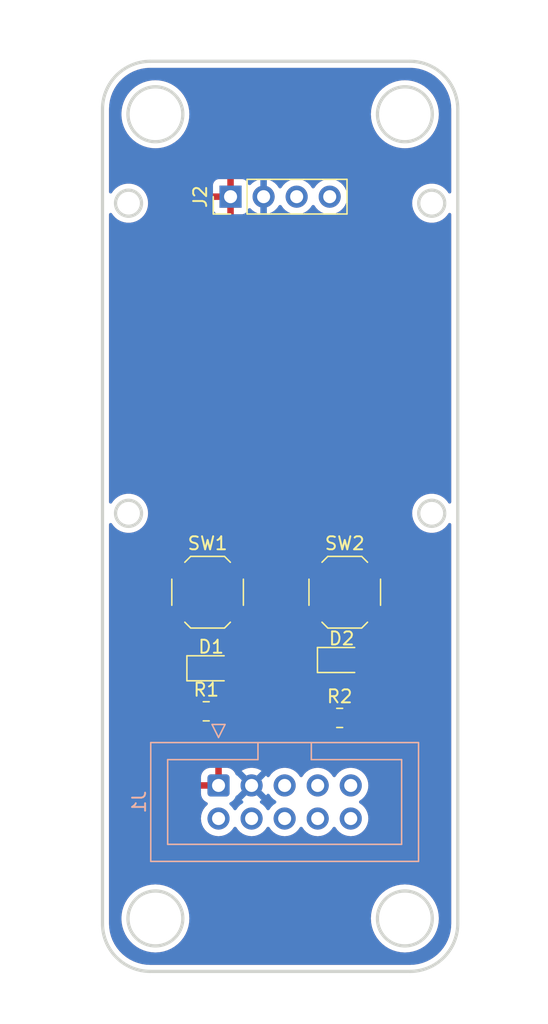
<source format=kicad_pcb>
(kicad_pcb (version 20240108) (generator "pcbnew") (generator_version "8.0")
  (layers (0 "F.Cu" signal) (31 "B.Cu" signal) (34 "B.Paste" user) (35 "F.Paste" user) (36 "B.SilkS" user "B.Silkscreen") (37 "F.SilkS" user "F.Silkscreen") (38 "B.Mask" user) (39 "F.Mask" user) (44 "Edge.Cuts" user))
  (net 0 "")
  (net 1 "Net-(D1-A)")
  (net 2 "GND")
  (net 3 "Net-(D2-A)")
  (net 4 "W_SCLK")
  (net 5 "W_MISO")
  (net 6 "LCD_SDA")
  (net 7 "W_MOSI")
  (net 8 "VCC_3V3")
  (net 10 "LCD_SCL")
  (net 11 "W_INT")
  (net 12 "W_SCS")
  (footprint "LED_SMD:LED_0805_2012Metric_Pad1.15x1.40mm_HandSolder" (layer "F.Cu") (at 144.281 112.522)
    (property "Reference" "D1" (at 0 -1.65 0) (layer "F.SilkS"))
    (property "Value" "LED-GREEN")
    (fp_line (start -1.86 -0.96) (end -1.86 0.96) (stroke (width 0.12)) (layer "F.SilkS"))
    (fp_line (start -1.86 0.96) (end 1 0.96) (stroke (width 0.12)) (layer "F.SilkS"))
    (fp_line (start 1 -0.96) (end -1.86 -0.96) (stroke (width 0.12)) (layer "F.SilkS"))
    (pad "1" smd roundrect (at -1.025 0) (size 1.15 1.4) (layers "F.Cu" "F.Paste" "F.Mask") (roundrect_rratio 0.217391) (net 2 "GND"))
    (pad "2" smd roundrect (at 1.025 0) (size 1.15 1.4) (layers "F.Cu" "F.Paste" "F.Mask") (roundrect_rratio 0.217391) (net 1 "Net-(D1-A)"))
  )
  (footprint "Resistor_SMD:R_0805_2012Metric_Pad1.20x1.40mm_HandSolder" (layer "F.Cu") (at 143.907 115.824)
    (property "Reference" "R1" (at 0 -1.65 0) (layer "F.SilkS"))
    (property "Value" "10K (1%)" (hide yes))
    (fp_line (start -0.227064 -0.735) (end 0.227064 -0.735) (stroke (width 0.12)) (layer "F.SilkS"))
    (fp_line (start -0.227064 0.735) (end 0.227064 0.735) (stroke (width 0.12)) (layer "F.SilkS"))
    (pad "1" smd roundrect (at -1 0) (size 1.2 1.4) (layers "F.Cu" "F.Paste" "F.Mask") (roundrect_rratio 0.208333) (net 11 "W_INT"))
    (pad "2" smd roundrect (at 1 0) (size 1.2 1.4) (layers "F.Cu" "F.Paste" "F.Mask") (roundrect_rratio 0.208333) (net 1 "Net-(D1-A)"))
  )
  (footprint "Resistor_SMD:R_0805_2012Metric_Pad1.20x1.40mm_HandSolder" (layer "F.Cu") (at 154.162 116.332)
    (property "Reference" "R2" (at 0 -1.65 0) (layer "F.SilkS"))
    (property "Value" "5.1K (1%)" (hide yes))
    (fp_line (start -0.227064 -0.735) (end 0.227064 -0.735) (stroke (width 0.12)) (layer "F.SilkS"))
    (fp_line (start -0.227064 0.735) (end 0.227064 0.735) (stroke (width 0.12)) (layer "F.SilkS"))
    (pad "1" smd roundrect (at -1 0) (size 1.2 1.4) (layers "F.Cu" "F.Paste" "F.Mask") (roundrect_rratio 0.208333) (net 3 "Net-(D2-A)"))
    (pad "2" smd roundrect (at 1 0) (size 1.2 1.4) (layers "F.Cu" "F.Paste" "F.Mask") (roundrect_rratio 0.208333) (net 7 "W_MOSI"))
  )
  (footprint "Button_Switch_SMD:SW_Push_1P1T_XKB_TS-1187A" (layer "F.Cu") (at 144.012 106.685)
    (property "Reference" "SW1" (at 0 -3.75 0) (layer "F.SilkS"))
    (property "Value" "SW_Push" (hide yes))
    (fp_line (start -2.75 -1) (end -2.75 1) (stroke (width 0.12)) (layer "F.SilkS"))
    (fp_line (start -1.75 -2.3) (end -1.3 -2.75) (stroke (width 0.12)) (layer "F.SilkS"))
    (fp_line (start -1.75 2.3) (end -1.3 2.75) (stroke (width 0.12)) (layer "F.SilkS"))
    (fp_line (start -1.3 -2.75) (end 1.3 -2.75) (stroke (width 0.12)) (layer "F.SilkS"))
    (fp_line (start -1.3 2.75) (end 1.3 2.75) (stroke (width 0.12)) (layer "F.SilkS"))
    (fp_line (start 1.75 -2.3) (end 1.3 -2.75) (stroke (width 0.12)) (layer "F.SilkS"))
    (fp_line (start 1.75 2.3) (end 1.3 2.75) (stroke (width 0.12)) (layer "F.SilkS"))
    (fp_line (start 2.75 -1) (end 2.75 1) (stroke (width 0.12)) (layer "F.SilkS"))
    (pad "1" smd rect (at -3 -1.875) (size 1 0.75) (layers "F.Cu" "F.Paste" "F.Mask") (net 2 "GND"))
    (pad "1" smd rect (at 3 -1.875) (size 1 0.75) (layers "F.Cu" "F.Paste" "F.Mask") (net 2 "GND"))
    (pad "2" smd rect (at -3 1.875) (size 1 0.75) (layers "F.Cu" "F.Paste" "F.Mask") (net 5 "W_MISO"))
    (pad "2" smd rect (at 3 1.875) (size 1 0.75) (layers "F.Cu" "F.Paste" "F.Mask") (net 5 "W_MISO"))
  )
  (footprint "Button_Switch_SMD:SW_Push_1P1T_XKB_TS-1187A" (layer "F.Cu") (at 154.553 106.685)
    (property "Reference" "SW2" (at 0 -3.75 0) (layer "F.SilkS"))
    (property "Value" "SW_Push" (hide yes))
    (fp_line (start -2.75 -1) (end -2.75 1) (stroke (width 0.12)) (layer "F.SilkS"))
    (fp_line (start -1.75 -2.3) (end -1.3 -2.75) (stroke (width 0.12)) (layer "F.SilkS"))
    (fp_line (start -1.75 2.3) (end -1.3 2.75) (stroke (width 0.12)) (layer "F.SilkS"))
    (fp_line (start -1.3 -2.75) (end 1.3 -2.75) (stroke (width 0.12)) (layer "F.SilkS"))
    (fp_line (start -1.3 2.75) (end 1.3 2.75) (stroke (width 0.12)) (layer "F.SilkS"))
    (fp_line (start 1.75 -2.3) (end 1.3 -2.75) (stroke (width 0.12)) (layer "F.SilkS"))
    (fp_line (start 1.75 2.3) (end 1.3 2.75) (stroke (width 0.12)) (layer "F.SilkS"))
    (fp_line (start 2.75 -1) (end 2.75 1) (stroke (width 0.12)) (layer "F.SilkS"))
    (pad "1" smd rect (at -3 -1.875) (size 1 0.75) (layers "F.Cu" "F.Paste" "F.Mask") (net 2 "GND"))
    (pad "1" smd rect (at 3 -1.875) (size 1 0.75) (layers "F.Cu" "F.Paste" "F.Mask") (net 2 "GND"))
    (pad "2" smd rect (at -3 1.875) (size 1 0.75) (layers "F.Cu" "F.Paste" "F.Mask") (net 12 "W_SCS"))
    (pad "2" smd rect (at 3 1.875) (size 1 0.75) (layers "F.Cu" "F.Paste" "F.Mask") (net 12 "W_SCS"))
  )
  (footprint "Connector_PinHeader_2.54mm:PinHeader_1x04_P2.54mm_Vertical" (layer "F.Cu") (at 145.776 76.326 90)
    (property "Reference" "J2" (at 0 -2.33 90) (layer "F.SilkS"))
    (property "Value" "Conn_01x04" (hide yes))
    (fp_line (start -1.33 -1.33) (end 0 -1.33) (stroke (width 0.12)) (layer "F.SilkS"))
    (fp_line (start -1.33 0) (end -1.33 -1.33) (stroke (width 0.12)) (layer "F.SilkS"))
    (fp_line (start 1.33 1.27) (end 1.33 8.95) (stroke (width 0.12)) (layer "F.SilkS"))
    (fp_line (start -1.33 1.27) (end 1.33 1.27) (stroke (width 0.12)) (layer "F.SilkS"))
    (fp_line (start -1.33 1.27) (end -1.33 8.95) (stroke (width 0.12)) (layer "F.SilkS"))
    (fp_line (start -1.33 8.95) (end 1.33 8.95) (stroke (width 0.12)) (layer "F.SilkS"))
    (pad "1" thru_hole rect (at 0 0 90) (size 1.7 1.7) (drill 1) (layers "*.Cu" "*.Mask") (net 2 "GND"))
    (pad "2" thru_hole oval (at 0 2.54 90) (size 1.7 1.7) (drill 1) (layers "*.Cu" "*.Mask") (net 8 "VCC_3V3"))
    (pad "3" thru_hole oval (at 0 5.08 90) (size 1.7 1.7) (drill 1) (layers "*.Cu" "*.Mask") (net 10 "LCD_SCL"))
    (pad "4" thru_hole oval (at 0 7.62 90) (size 1.7 1.7) (drill 1) (layers "*.Cu" "*.Mask") (net 6 "LCD_SDA"))
  )
  (footprint "LED_SMD:LED_0805_2012Metric_Pad1.15x1.40mm_HandSolder" (layer "F.Cu") (at 154.314 111.887)
    (property "Reference" "D2" (at 0 -1.65 0) (layer "F.SilkS"))
    (property "Value" "LED-YELLOW")
    (fp_line (start -1.86 -0.96) (end -1.86 0.96) (stroke (width 0.12)) (layer "F.SilkS"))
    (fp_line (start -1.86 0.96) (end 1 0.96) (stroke (width 0.12)) (layer "F.SilkS"))
    (fp_line (start 1 -0.96) (end -1.86 -0.96) (stroke (width 0.12)) (layer "F.SilkS"))
    (pad "1" smd roundrect (at -1.025 0) (size 1.15 1.4) (layers "F.Cu" "F.Paste" "F.Mask") (roundrect_rratio 0.217391) (net 2 "GND"))
    (pad "2" smd roundrect (at 1.025 0) (size 1.15 1.4) (layers "F.Cu" "F.Paste" "F.Mask") (roundrect_rratio 0.217391) (net 3 "Net-(D2-A)"))
  )
  (footprint "Connector_IDC:IDC-Header_2x05_P2.54mm_Vertical" (layer "B.Cu") (at 144.853 121.514 -90)
    (property "Reference" "J1" (at 1.27 6.1 90) (layer "B.SilkS") (effects (justify mirror)))
    (property "Value" "Conn_02x05_Odd_Even" (hide yes))
    (fp_line (start -3.29 5.21) (end -3.29 -15.37) (stroke (width 0.12)) (layer "B.SilkS"))
    (fp_line (start 5.83 5.21) (end -3.29 5.21) (stroke (width 0.12)) (layer "B.SilkS"))
    (fp_line (start -1.98 3.91) (end -1.98 -3.03) (stroke (width 0.12)) (layer "B.SilkS"))
    (fp_line (start 4.52 3.91) (end -1.98 3.91) (stroke (width 0.12)) (layer "B.SilkS"))
    (fp_line (start -4.68 0.5) (end -3.68 0) (stroke (width 0.12)) (layer "B.SilkS"))
    (fp_line (start -3.68 0) (end -4.68 -0.5) (stroke (width 0.12)) (layer "B.SilkS"))
    (fp_line (start -4.68 -0.5) (end -4.68 0.5) (stroke (width 0.12)) (layer "B.SilkS"))
    (fp_line (start -1.98 -3.03) (end -3.29 -3.03) (stroke (width 0.12)) (layer "B.SilkS"))
    (fp_line (start -3.29 -7.13) (end -1.98 -7.13) (stroke (width 0.12)) (layer "B.SilkS"))
    (fp_line (start -1.98 -7.13) (end -1.98 -7.13) (stroke (width 0.12)) (layer "B.SilkS"))
    (fp_line (start -1.98 -7.13) (end -1.98 -14.07) (stroke (width 0.12)) (layer "B.SilkS"))
    (fp_line (start -1.98 -14.07) (end 4.52 -14.07) (stroke (width 0.12)) (layer "B.SilkS"))
    (fp_line (start 4.52 -14.07) (end 4.52 3.91) (stroke (width 0.12)) (layer "B.SilkS"))
    (fp_line (start -3.29 -15.37) (end 5.83 -15.37) (stroke (width 0.12)) (layer "B.SilkS"))
    (fp_line (start 5.83 -15.37) (end 5.83 5.21) (stroke (width 0.12)) (layer "B.SilkS"))
    (pad "1" thru_hole roundrect (at 0 0 270) (size 1.7 1.7) (drill 1) (layers "*.Cu" "*.Mask") (roundrect_rratio 0.147059) (net 2 "GND"))
    (pad "2" thru_hole circle (at 2.54 0 270) (size 1.7 1.7) (drill 1) (layers "*.Cu" "*.Mask") (net 11 "W_INT"))
    (pad "3" thru_hole circle (at 0 -2.54 270) (size 1.7 1.7) (drill 1) (layers "*.Cu" "*.Mask") (net 8 "VCC_3V3"))
    (pad "4" thru_hole circle (at 2.54 -2.54 270) (size 1.7 1.7) (drill 1) (layers "*.Cu" "*.Mask") (net 5 "W_MISO"))
    (pad "5" thru_hole circle (at 0 -5.08 270) (size 1.7 1.7) (drill 1) (layers "*.Cu" "*.Mask") (net 10 "LCD_SCL"))
    (pad "6" thru_hole circle (at 2.54 -5.08 270) (size 1.7 1.7) (drill 1) (layers "*.Cu" "*.Mask") (net 7 "W_MOSI"))
    (pad "7" thru_hole circle (at 0 -7.62 270) (size 1.7 1.7) (drill 1) (layers "*.Cu" "*.Mask") (net 6 "LCD_SDA"))
    (pad "8" thru_hole circle (at 2.54 -7.62 270) (size 1.7 1.7) (drill 1) (layers "*.Cu" "*.Mask") (net 12 "W_SCS"))
    (pad "9" thru_hole circle (at 0 -10.16 270) (size 1.7 1.7) (drill 1) (layers "*.Cu" "*.Mask"))
    (pad "10" thru_hole circle (at 2.54 -10.16 270) (size 1.7 1.7) (drill 1) (layers "*.Cu" "*.Mask") (net 4 "W_SCLK"))
  )
  (gr_line (start 139.602491 65.936) (end 159.56951 65.936) (stroke (width 0.25)) (layer "Edge.Cuts"))
  (gr_arc (start 163.236 132.11951) (mid 162.162107 134.712107) (end 159.56951 135.786) (stroke (width 0.25)) (layer "Edge.Cuts"))
  (gr_circle (center 159.172 131.722) (end 161.2802 131.722) (stroke (width 0.25)) (fill none) (layer "Edge.Cuts"))
  (gr_circle (center 161.236 76.826) (end 162.236 76.826) (stroke (width 0.25)) (fill none) (layer "Edge.Cuts"))
  (gr_arc (start 135.936 69.60249) (mid 137.009893 67.009893) (end 139.602491 65.936) (stroke (width 0.25)) (layer "Edge.Cuts"))
  (gr_circle (center 137.936 100.626) (end 138.936 100.626) (stroke (width 0.25)) (fill none) (layer "Edge.Cuts"))
  (gr_line (start 135.936 132.119509) (end 135.936 69.60249) (stroke (width 0.25)) (layer "Edge.Cuts"))
  (gr_circle (center 161.236 100.626) (end 162.236 100.626) (stroke (width 0.25)) (fill none) (layer "Edge.Cuts"))
  (gr_arc (start 159.56951 65.936) (mid 162.162107 67.009893) (end 163.236 69.60249) (stroke (width 0.25)) (layer "Edge.Cuts"))
  (gr_line (start 163.236 69.60249) (end 163.236 132.11951) (stroke (width 0.25)) (layer "Edge.Cuts"))
  (gr_circle (center 159.172 70) (end 161.2802 70) (stroke (width 0.25)) (fill none) (layer "Edge.Cuts"))
  (gr_line (start 159.56951 135.786) (end 139.60249 135.786) (stroke (width 0.25)) (layer "Edge.Cuts"))
  (gr_circle (center 140 131.722) (end 142.1082 131.722) (stroke (width 0.25)) (fill none) (layer "Edge.Cuts"))
  (gr_circle (center 140 70) (end 142.1082 70) (stroke (width 0.25)) (fill none) (layer "Edge.Cuts"))
  (gr_arc (start 139.60249 135.786) (mid 137.009893 134.712107) (end 135.936 132.119509) (stroke (width 0.25)) (layer "Edge.Cuts"))
  (gr_circle (center 137.936 76.826) (end 138.936 76.826) (stroke (width 0.25)) (fill none) (layer "Edge.Cuts"))
  (zone (net 2) (net_name "GND") (layer "F.Cu") (connect_pads (clearance 0.5)) (min_thickness 0.25) (fill yes (thermal_gap 0.5) (thermal_bridge_width 0.5))
    (polygon (pts (xy 156.464 61.341) (xy 170.18 61.468) (xy 167.513 139.319) (xy 128.651 139.827) (xy 133.096 61.976)))
  )
  (zone (net 8) (net_name "VCC_3V3") (layer "B.Cu") (connect_pads (clearance 0.5)) (min_thickness 0.25) (fill yes (thermal_gap 0.5) (thermal_bridge_width 0.5))
    (polygon (pts (xy 155.871504 61.231202) (xy 169.587504 61.358202) (xy 166.920504 139.209202) (xy 128.058504 139.717202) (xy 132.503504 61.866202)))
  )
)
</source>
